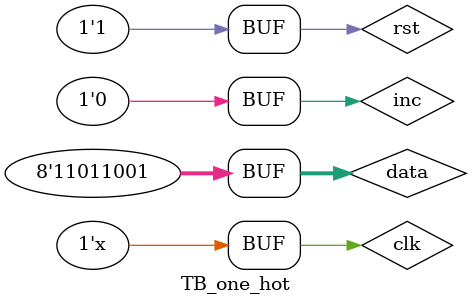
<source format=sv>
`timescale 1ns / 1ps

module TB_one_hot();
    logic clk, rst, inc;
    
    logic [7:0] data, no_data;
    
    test a(.data(data),.data_rev(no_data));
    
    always #5 clk = ~clk;
    
    initial begin
        rst = 1;
        clk = 1;
        inc = 0;
        # 10 
        data  = 8'b11011001;
    end
endmodule

</source>
